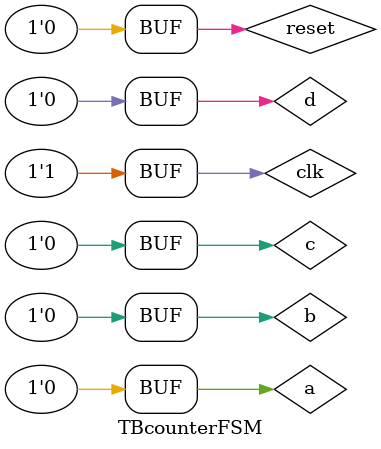
<source format=v>
`timescale 1ns / 1ps


module TBcounterFSM(
//input clk
    );
    reg clk;
    reg reset, a, b, c, d;
    wire [7:0]count;
    wire increment;
    wire decrement;
    
    //slowclock();
    enterFSM U5(clk, reset, a, b, increment);
    exitFSM U6(clk, reset, c, d, decrement);
    counter U7(clk, reset, increment, decrement, count);
    
    always
    begin
    clk = 0;
    #50;
    clk = 1;
    #50;
    end
    
    
    
    initial begin
        reset = 0;
        a = 0;
        b = 0;
        c = 0;
        d = 0;
        
        //One car enters
        #100;
        a = 1;
        #100;
        a = 0;
        #100
        b = 1;
        #100;
        b = 0;
        #100;
        
        //Another car enters
        #100;
        a = 1;
        #100;
        a = 0;
        #100
        b = 1;
        #100;
        b = 0;
        #100;
        
        //One more car enters
        #100;
        a = 1;
        #100;
        a = 0;
        #100
        b = 1;
        #100;
        b = 0;
        #100;
        
        //One car exits
        #100;
        c = 1;
        #100;
        c = 0;
        #100
        d = 1;
        #100;
        d = 0;
        #100;
        
        //Reset count
        #100
        reset = 1;
        #100
        reset = 0;
        #100;
    end
    
endmodule
</source>
